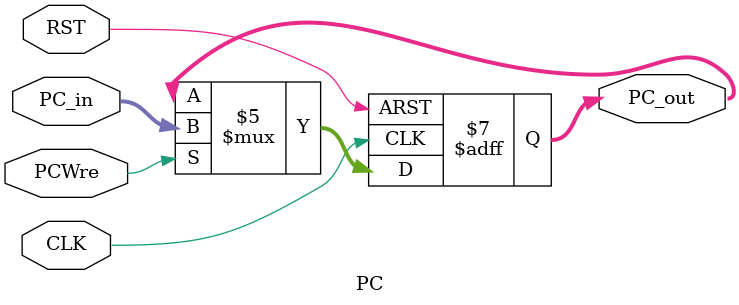
<source format=v>
module PC(
	input CLK,
	input RST,
	input PCWre,
	input [31:0] PC_in,
	output reg [31:0] PC_out
);
	initial PC_out<=0;
	always @(posedge CLK or negedge RST) begin//pc start change at posedge
		if(RST==0) PC_out<=0;
		else if(PCWre)  PC_out<=PC_in;
		else PC_out<=PC_out;
	end
endmodule
</source>
